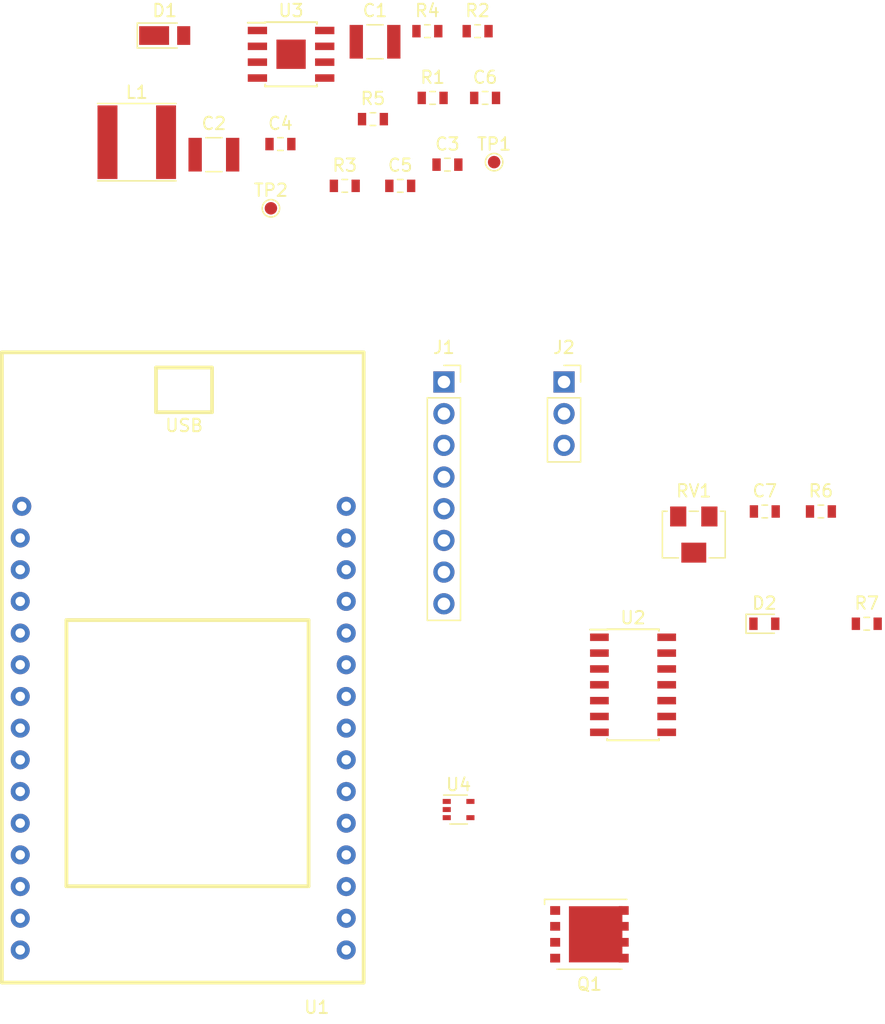
<source format=kicad_pcb>
(kicad_pcb (version 20171130) (host pcbnew no-vcs-found-6322c90~61~ubuntu16.04.1)

  (general
    (thickness 1.6)
    (drawings 0)
    (tracks 0)
    (zones 0)
    (modules 27)
    (nets 72)
  )

  (page A4)
  (layers
    (0 F.Cu signal)
    (31 B.Cu signal)
    (32 B.Adhes user)
    (33 F.Adhes user)
    (34 B.Paste user)
    (35 F.Paste user)
    (36 B.SilkS user)
    (37 F.SilkS user)
    (38 B.Mask user)
    (39 F.Mask user)
    (40 Dwgs.User user)
    (41 Cmts.User user)
    (42 Eco1.User user)
    (43 Eco2.User user)
    (44 Edge.Cuts user)
    (45 Margin user)
    (46 B.CrtYd user)
    (47 F.CrtYd user)
    (48 B.Fab user)
    (49 F.Fab user)
  )

  (setup
    (last_trace_width 0.25)
    (trace_clearance 0.2)
    (zone_clearance 0.508)
    (zone_45_only no)
    (trace_min 0.2)
    (segment_width 0.2)
    (edge_width 0.15)
    (via_size 0.8)
    (via_drill 0.4)
    (via_min_size 0.4)
    (via_min_drill 0.3)
    (uvia_size 0.3)
    (uvia_drill 0.1)
    (uvias_allowed no)
    (uvia_min_size 0.2)
    (uvia_min_drill 0.1)
    (pcb_text_width 0.3)
    (pcb_text_size 1.5 1.5)
    (mod_edge_width 0.15)
    (mod_text_size 1 1)
    (mod_text_width 0.15)
    (pad_size 1.524 1.524)
    (pad_drill 0.762)
    (pad_to_mask_clearance 0.2)
    (aux_axis_origin 0 0)
    (visible_elements FFFFFF7F)
    (pcbplotparams
      (layerselection 0x010fc_ffffffff)
      (usegerberextensions false)
      (usegerberattributes false)
      (usegerberadvancedattributes false)
      (creategerberjobfile false)
      (excludeedgelayer true)
      (linewidth 0.200000)
      (plotframeref false)
      (viasonmask false)
      (mode 1)
      (useauxorigin false)
      (hpglpennumber 1)
      (hpglpenspeed 20)
      (hpglpendiameter 15)
      (psnegative false)
      (psa4output false)
      (plotreference true)
      (plotvalue true)
      (plotinvisibletext false)
      (padsonsilk false)
      (subtractmaskfromsilk false)
      (outputformat 1)
      (mirror false)
      (drillshape 1)
      (scaleselection 1)
      (outputdirectory ""))
  )

  (net 0 "")
  (net 1 "Net-(U1-Pad30)")
  (net 2 "Net-(U1-Pad29)")
  (net 3 "Net-(U1-Pad28)")
  (net 4 "Net-(U1-Pad27)")
  (net 5 "Net-(U1-Pad26)")
  (net 6 "Net-(U1-Pad25)")
  (net 7 "Net-(U1-Pad24)")
  (net 8 "Net-(U1-Pad23)")
  (net 9 "Net-(U1-Pad22)")
  (net 10 "Net-(U1-Pad21)")
  (net 11 "Net-(U1-Pad19)")
  (net 12 "Net-(U1-Pad18)")
  (net 13 "Net-(U1-Pad17)")
  (net 14 "Net-(U1-Pad16)")
  (net 15 "Net-(U1-Pad15)")
  (net 16 "Net-(U1-Pad14)")
  (net 17 "Net-(U1-Pad13)")
  (net 18 "Net-(U1-Pad12)")
  (net 19 "Net-(U1-Pad11)")
  (net 20 "Net-(U1-Pad10)")
  (net 21 "Net-(U1-Pad9)")
  (net 22 "Net-(U1-Pad8)")
  (net 23 "Net-(U1-Pad7)")
  (net 24 "Net-(U1-Pad6)")
  (net 25 "Net-(U1-Pad5)")
  (net 26 "Net-(U1-Pad4)")
  (net 27 "Net-(U1-Pad3)")
  (net 28 "Net-(U1-Pad2)")
  (net 29 "Net-(U1-Pad1)")
  (net 30 "Net-(Q1-Pad1)")
  (net 31 "Net-(Q1-Pad4)")
  (net 32 "Net-(Q1-Pad5)")
  (net 33 "Net-(U2-Pad1)")
  (net 34 "Net-(U2-Pad2)")
  (net 35 "Net-(U2-Pad3)")
  (net 36 "Net-(U2-Pad4)")
  (net 37 "Net-(U2-Pad5)")
  (net 38 "Net-(U2-Pad6)")
  (net 39 "Net-(U2-Pad7)")
  (net 40 "Net-(U2-Pad8)")
  (net 41 "Net-(U2-Pad9)")
  (net 42 "Net-(U2-Pad10)")
  (net 43 "Net-(U2-Pad11)")
  (net 44 "Net-(U2-Pad12)")
  (net 45 "Net-(U2-Pad13)")
  (net 46 "Net-(U2-Pad14)")
  (net 47 "Net-(J1-Pad1)")
  (net 48 "Net-(J1-Pad2)")
  (net 49 "Net-(J1-Pad3)")
  (net 50 "Net-(J1-Pad4)")
  (net 51 "Net-(J1-Pad5)")
  (net 52 "Net-(J1-Pad6)")
  (net 53 "Net-(J1-Pad7)")
  (net 54 "Net-(J1-Pad8)")
  (net 55 "Net-(J2-Pad1)")
  (net 56 "Net-(J2-Pad2)")
  (net 57 "Net-(J2-Pad3)")
  (net 58 5V)
  (net 59 "Net-(C1-Pad1)")
  (net 60 GND)
  (net 61 "Net-(R4-Pad1)")
  (net 62 "Net-(R3-Pad1)")
  (net 63 "Net-(R1-Pad1)")
  (net 64 "Net-(C3-Pad1)")
  (net 65 "Net-(C4-Pad2)")
  (net 66 "Net-(C4-Pad1)")
  (net 67 V_IN)
  (net 68 Speed_Ref)
  (net 69 "Net-(D2-Pad2)")
  (net 70 "Net-(D2-Pad1)")
  (net 71 Temp)

  (net_class Default "This is the default net class."
    (clearance 0.2)
    (trace_width 0.25)
    (via_dia 0.8)
    (via_drill 0.4)
    (uvia_dia 0.3)
    (uvia_drill 0.1)
    (add_net 5V)
    (add_net GND)
    (add_net "Net-(C1-Pad1)")
    (add_net "Net-(C3-Pad1)")
    (add_net "Net-(C4-Pad1)")
    (add_net "Net-(C4-Pad2)")
    (add_net "Net-(D2-Pad1)")
    (add_net "Net-(D2-Pad2)")
    (add_net "Net-(J1-Pad1)")
    (add_net "Net-(J1-Pad2)")
    (add_net "Net-(J1-Pad3)")
    (add_net "Net-(J1-Pad4)")
    (add_net "Net-(J1-Pad5)")
    (add_net "Net-(J1-Pad6)")
    (add_net "Net-(J1-Pad7)")
    (add_net "Net-(J1-Pad8)")
    (add_net "Net-(J2-Pad1)")
    (add_net "Net-(J2-Pad2)")
    (add_net "Net-(J2-Pad3)")
    (add_net "Net-(Q1-Pad1)")
    (add_net "Net-(Q1-Pad4)")
    (add_net "Net-(Q1-Pad5)")
    (add_net "Net-(R1-Pad1)")
    (add_net "Net-(R3-Pad1)")
    (add_net "Net-(R4-Pad1)")
    (add_net "Net-(U1-Pad1)")
    (add_net "Net-(U1-Pad10)")
    (add_net "Net-(U1-Pad11)")
    (add_net "Net-(U1-Pad12)")
    (add_net "Net-(U1-Pad13)")
    (add_net "Net-(U1-Pad14)")
    (add_net "Net-(U1-Pad15)")
    (add_net "Net-(U1-Pad16)")
    (add_net "Net-(U1-Pad17)")
    (add_net "Net-(U1-Pad18)")
    (add_net "Net-(U1-Pad19)")
    (add_net "Net-(U1-Pad2)")
    (add_net "Net-(U1-Pad21)")
    (add_net "Net-(U1-Pad22)")
    (add_net "Net-(U1-Pad23)")
    (add_net "Net-(U1-Pad24)")
    (add_net "Net-(U1-Pad25)")
    (add_net "Net-(U1-Pad26)")
    (add_net "Net-(U1-Pad27)")
    (add_net "Net-(U1-Pad28)")
    (add_net "Net-(U1-Pad29)")
    (add_net "Net-(U1-Pad3)")
    (add_net "Net-(U1-Pad30)")
    (add_net "Net-(U1-Pad4)")
    (add_net "Net-(U1-Pad5)")
    (add_net "Net-(U1-Pad6)")
    (add_net "Net-(U1-Pad7)")
    (add_net "Net-(U1-Pad8)")
    (add_net "Net-(U1-Pad9)")
    (add_net "Net-(U2-Pad1)")
    (add_net "Net-(U2-Pad10)")
    (add_net "Net-(U2-Pad11)")
    (add_net "Net-(U2-Pad12)")
    (add_net "Net-(U2-Pad13)")
    (add_net "Net-(U2-Pad14)")
    (add_net "Net-(U2-Pad2)")
    (add_net "Net-(U2-Pad3)")
    (add_net "Net-(U2-Pad4)")
    (add_net "Net-(U2-Pad5)")
    (add_net "Net-(U2-Pad6)")
    (add_net "Net-(U2-Pad7)")
    (add_net "Net-(U2-Pad8)")
    (add_net "Net-(U2-Pad9)")
    (add_net Speed_Ref)
    (add_net Temp)
    (add_net V_IN)
  )

  (module LED_SMD:LED_0603_1608Metric (layer F.Cu) (tedit 5A00A67C) (tstamp 5AAB4105)
    (at 194.036905 92.1075)
    (descr "LED SMD 0603 (1608 Metric), square (rectangular) end terminal, IPC_7351 nominal, (Body size source: http://www.tortai-tech.com/upload/download/2011102023233369053.pdf), generated with kicad-footprint-generator")
    (tags diode)
    (path /5A9FC2AE)
    (attr smd)
    (fp_text reference D2 (at 0 -1.65) (layer F.SilkS)
      (effects (font (size 1 1) (thickness 0.15)))
    )
    (fp_text value APHD1608LCGCK (at 0 1.65) (layer F.Fab)
      (effects (font (size 1 1) (thickness 0.15)))
    )
    (fp_line (start 0.8 -0.4) (end -0.5 -0.4) (layer F.Fab) (width 0.1))
    (fp_line (start -0.5 -0.4) (end -0.8 -0.1) (layer F.Fab) (width 0.1))
    (fp_line (start -0.8 -0.1) (end -0.8 0.4) (layer F.Fab) (width 0.1))
    (fp_line (start -0.8 0.4) (end 0.8 0.4) (layer F.Fab) (width 0.1))
    (fp_line (start 0.8 0.4) (end 0.8 -0.4) (layer F.Fab) (width 0.1))
    (fp_line (start 0.8 -0.76) (end -1.47 -0.76) (layer F.SilkS) (width 0.12))
    (fp_line (start -1.47 -0.76) (end -1.47 0.76) (layer F.SilkS) (width 0.12))
    (fp_line (start -1.47 0.76) (end 0.8 0.76) (layer F.SilkS) (width 0.12))
    (fp_line (start -1.46 0.75) (end -1.46 -0.75) (layer F.CrtYd) (width 0.05))
    (fp_line (start -1.46 -0.75) (end 1.46 -0.75) (layer F.CrtYd) (width 0.05))
    (fp_line (start 1.46 -0.75) (end 1.46 0.75) (layer F.CrtYd) (width 0.05))
    (fp_line (start 1.46 0.75) (end -1.46 0.75) (layer F.CrtYd) (width 0.05))
    (fp_text user %R (at 0 0) (layer F.Fab)
      (effects (font (size 0.5 0.5) (thickness 0.08)))
    )
    (pad 1 smd rect (at -0.875 0) (size 0.67 1) (layers F.Cu F.Paste F.Mask)
      (net 70 "Net-(D2-Pad1)"))
    (pad 2 smd rect (at 0.875 0) (size 0.67 1) (layers F.Cu F.Paste F.Mask)
      (net 69 "Net-(D2-Pad2)"))
    (model ${KISYS3DMOD}/LED_SMD.3dshapes/LED_0603_1608Metric.wrl
      (at (xyz 0 0 0))
      (scale (xyz 1 1 1))
      (rotate (xyz 0 0 0))
    )
    (model "${KIPRJMOD}/lib/3D/LED 0603.stp"
      (at (xyz 0 0 0))
      (scale (xyz 1 1 1))
      (rotate (xyz 0 0 90))
    )
  )

  (module Resistor_SMD:R_0603_1608Metric (layer F.Cu) (tedit 59FE48B8) (tstamp 5AAB3F18)
    (at 202.255001 92.1075)
    (descr "Resistor SMD 0603 (1608 Metric), square (rectangular) end terminal, IPC_7351 nominal, (Body size source: http://www.tortai-tech.com/upload/download/2011102023233369053.pdf), generated with kicad-footprint-generator")
    (tags resistor)
    (path /5A9FC40B)
    (attr smd)
    (fp_text reference R7 (at 0 -1.65) (layer F.SilkS)
      (effects (font (size 1 1) (thickness 0.15)))
    )
    (fp_text value 1k (at 0 1.65) (layer F.Fab)
      (effects (font (size 1 1) (thickness 0.15)))
    )
    (fp_line (start -0.8 0.4) (end -0.8 -0.4) (layer F.Fab) (width 0.1))
    (fp_line (start -0.8 -0.4) (end 0.8 -0.4) (layer F.Fab) (width 0.1))
    (fp_line (start 0.8 -0.4) (end 0.8 0.4) (layer F.Fab) (width 0.1))
    (fp_line (start 0.8 0.4) (end -0.8 0.4) (layer F.Fab) (width 0.1))
    (fp_line (start -0.22 -0.51) (end 0.22 -0.51) (layer F.SilkS) (width 0.12))
    (fp_line (start -0.22 0.51) (end 0.22 0.51) (layer F.SilkS) (width 0.12))
    (fp_line (start -1.46 0.75) (end -1.46 -0.75) (layer F.CrtYd) (width 0.05))
    (fp_line (start -1.46 -0.75) (end 1.46 -0.75) (layer F.CrtYd) (width 0.05))
    (fp_line (start 1.46 -0.75) (end 1.46 0.75) (layer F.CrtYd) (width 0.05))
    (fp_line (start 1.46 0.75) (end -1.46 0.75) (layer F.CrtYd) (width 0.05))
    (fp_text user %R (at 0 0) (layer F.Fab)
      (effects (font (size 0.5 0.5) (thickness 0.08)))
    )
    (pad 1 smd rect (at -0.875 0) (size 0.67 1) (layers F.Cu F.Paste F.Mask)
      (net 60 GND))
    (pad 2 smd rect (at 0.875 0) (size 0.67 1) (layers F.Cu F.Paste F.Mask)
      (net 70 "Net-(D2-Pad1)"))
    (model ${KISYS3DMOD}/Resistor_SMD.3dshapes/R_0603_1608Metric.wrl
      (at (xyz 0 0 0))
      (scale (xyz 1 1 1))
      (rotate (xyz 0 0 0))
    )
  )

  (module Capacitor_SMD:C_0603_1608Metric (layer F.Cu) (tedit 59FE48B8) (tstamp 5AAA6F39)
    (at 194.072619 83.1075)
    (descr "Capacitor SMD 0603 (1608 Metric), square (rectangular) end terminal, IPC_7351 nominal, (Body size source: http://www.tortai-tech.com/upload/download/2011102023233369053.pdf), generated with kicad-footprint-generator")
    (tags capacitor)
    (path /5A9FDE31)
    (attr smd)
    (fp_text reference C7 (at 0 -1.65) (layer F.SilkS)
      (effects (font (size 1 1) (thickness 0.15)))
    )
    (fp_text value 0.01uF (at 0 1.65) (layer F.Fab)
      (effects (font (size 1 1) (thickness 0.15)))
    )
    (fp_line (start -0.8 0.4) (end -0.8 -0.4) (layer F.Fab) (width 0.1))
    (fp_line (start -0.8 -0.4) (end 0.8 -0.4) (layer F.Fab) (width 0.1))
    (fp_line (start 0.8 -0.4) (end 0.8 0.4) (layer F.Fab) (width 0.1))
    (fp_line (start 0.8 0.4) (end -0.8 0.4) (layer F.Fab) (width 0.1))
    (fp_line (start -0.22 -0.51) (end 0.22 -0.51) (layer F.SilkS) (width 0.12))
    (fp_line (start -0.22 0.51) (end 0.22 0.51) (layer F.SilkS) (width 0.12))
    (fp_line (start -1.46 0.75) (end -1.46 -0.75) (layer F.CrtYd) (width 0.05))
    (fp_line (start -1.46 -0.75) (end 1.46 -0.75) (layer F.CrtYd) (width 0.05))
    (fp_line (start 1.46 -0.75) (end 1.46 0.75) (layer F.CrtYd) (width 0.05))
    (fp_line (start 1.46 0.75) (end -1.46 0.75) (layer F.CrtYd) (width 0.05))
    (fp_text user %R (at 0 0) (layer F.Fab)
      (effects (font (size 0.5 0.5) (thickness 0.08)))
    )
    (pad 1 smd rect (at -0.875 0) (size 0.67 1) (layers F.Cu F.Paste F.Mask)
      (net 60 GND))
    (pad 2 smd rect (at 0.875 0) (size 0.67 1) (layers F.Cu F.Paste F.Mask)
      (net 68 Speed_Ref))
    (model ${KISYS3DMOD}/Capacitor_SMD.3dshapes/C_0603_1608Metric.wrl
      (at (xyz 0 0 0))
      (scale (xyz 1 1 1))
      (rotate (xyz 0 0 0))
    )
  )

  (module Potentiometer_SMD:Potentiometer_Bourns_3214W_Vertical (layer F.Cu) (tedit 5A3D7171) (tstamp 5AAA6D3E)
    (at 188.375001 84.9575)
    (descr "Potentiometer, vertical, Bourns 3214W, https://www.bourns.com/docs/Product-Datasheets/3214.pdf")
    (tags "Potentiometer vertical Bourns 3214W")
    (path /5A9ED724)
    (attr smd)
    (fp_text reference RV1 (at 0 -3.5) (layer F.SilkS)
      (effects (font (size 1 1) (thickness 0.15)))
    )
    (fp_text value 100k (at 0 3.5) (layer F.Fab)
      (effects (font (size 1 1) (thickness 0.15)))
    )
    (fp_circle (center -1.2 0.65) (end -0.45 0.65) (layer F.Fab) (width 0.1))
    (fp_line (start -2.4 -1.75) (end -2.4 1.75) (layer F.Fab) (width 0.1))
    (fp_line (start -2.4 1.75) (end 2.4 1.75) (layer F.Fab) (width 0.1))
    (fp_line (start 2.4 1.75) (end 2.4 -1.75) (layer F.Fab) (width 0.1))
    (fp_line (start 2.4 -1.75) (end -2.4 -1.75) (layer F.Fab) (width 0.1))
    (fp_line (start -1.2 1.393) (end -1.199 -0.092) (layer F.Fab) (width 0.1))
    (fp_line (start -1.2 1.393) (end -1.199 -0.092) (layer F.Fab) (width 0.1))
    (fp_line (start 2.14 -1.87) (end 2.52 -1.87) (layer F.SilkS) (width 0.12))
    (fp_line (start -2.52 -1.87) (end -2.14 -1.87) (layer F.SilkS) (width 0.12))
    (fp_line (start -0.36 -1.87) (end 0.36 -1.87) (layer F.SilkS) (width 0.12))
    (fp_line (start -2.52 1.87) (end -1.24 1.87) (layer F.SilkS) (width 0.12))
    (fp_line (start 1.24 1.87) (end 2.52 1.87) (layer F.SilkS) (width 0.12))
    (fp_line (start -2.52 -1.87) (end -2.52 1.87) (layer F.SilkS) (width 0.12))
    (fp_line (start 2.52 -1.87) (end 2.52 1.87) (layer F.SilkS) (width 0.12))
    (fp_line (start -2.65 -2.5) (end -2.65 2.5) (layer F.CrtYd) (width 0.05))
    (fp_line (start -2.65 2.5) (end 2.65 2.5) (layer F.CrtYd) (width 0.05))
    (fp_line (start 2.65 2.5) (end 2.65 -2.5) (layer F.CrtYd) (width 0.05))
    (fp_line (start 2.65 -2.5) (end -2.65 -2.5) (layer F.CrtYd) (width 0.05))
    (fp_text user %R (at 0.6 0) (layer F.Fab)
      (effects (font (size 0.6 0.6) (thickness 0.15)))
    )
    (pad 1 smd rect (at 1.25 -1.45) (size 1.3 1.6) (layers F.Cu F.Paste F.Mask)
      (net 58 5V))
    (pad 2 smd rect (at 0 1.45) (size 2 1.6) (layers F.Cu F.Paste F.Mask)
      (net 68 Speed_Ref))
    (pad 3 smd rect (at -1.25 -1.45) (size 1.3 1.6) (layers F.Cu F.Paste F.Mask)
      (net 60 GND))
    (model ${KISYS3DMOD}/Potentiometer_SMD.3dshapes/Potentiometer_Bourns_3214W_Vertical.wrl
      (at (xyz 0 0 0))
      (scale (xyz 1 1 1))
      (rotate (xyz 0 0 0))
    )
    (model ${KIPRJMOD}/lib/3D/AB2_POT_TRIM.wrl
      (at (xyz 0 0 0))
      (scale (xyz 0.4 0.4 1))
      (rotate (xyz 0 0 180))
    )
  )

  (module Resistor_SMD:R_0603_1608Metric (layer F.Cu) (tedit 59FE48B8) (tstamp 5AAA6C84)
    (at 198.575001 83.1075)
    (descr "Resistor SMD 0603 (1608 Metric), square (rectangular) end terminal, IPC_7351 nominal, (Body size source: http://www.tortai-tech.com/upload/download/2011102023233369053.pdf), generated with kicad-footprint-generator")
    (tags resistor)
    (path /5A9EF943)
    (attr smd)
    (fp_text reference R6 (at 0 -1.65) (layer F.SilkS)
      (effects (font (size 1 1) (thickness 0.15)))
    )
    (fp_text value 1M (at 0 1.65) (layer F.Fab)
      (effects (font (size 1 1) (thickness 0.15)))
    )
    (fp_line (start -0.8 0.4) (end -0.8 -0.4) (layer F.Fab) (width 0.1))
    (fp_line (start -0.8 -0.4) (end 0.8 -0.4) (layer F.Fab) (width 0.1))
    (fp_line (start 0.8 -0.4) (end 0.8 0.4) (layer F.Fab) (width 0.1))
    (fp_line (start 0.8 0.4) (end -0.8 0.4) (layer F.Fab) (width 0.1))
    (fp_line (start -0.22 -0.51) (end 0.22 -0.51) (layer F.SilkS) (width 0.12))
    (fp_line (start -0.22 0.51) (end 0.22 0.51) (layer F.SilkS) (width 0.12))
    (fp_line (start -1.46 0.75) (end -1.46 -0.75) (layer F.CrtYd) (width 0.05))
    (fp_line (start -1.46 -0.75) (end 1.46 -0.75) (layer F.CrtYd) (width 0.05))
    (fp_line (start 1.46 -0.75) (end 1.46 0.75) (layer F.CrtYd) (width 0.05))
    (fp_line (start 1.46 0.75) (end -1.46 0.75) (layer F.CrtYd) (width 0.05))
    (fp_text user %R (at 0 0) (layer F.Fab)
      (effects (font (size 0.5 0.5) (thickness 0.08)))
    )
    (pad 1 smd rect (at -0.875 0) (size 0.67 1) (layers F.Cu F.Paste F.Mask)
      (net 60 GND))
    (pad 2 smd rect (at 0.875 0) (size 0.67 1) (layers F.Cu F.Paste F.Mask)
      (net 68 Speed_Ref))
    (model ${KISYS3DMOD}/Resistor_SMD.3dshapes/R_0603_1608Metric.wrl
      (at (xyz 0 0 0))
      (scale (xyz 1 1 1))
      (rotate (xyz 0 0 0))
    )
  )

  (module Package_TO_SOT_SMD:SOT-353_SC-70-5 (layer F.Cu) (tedit 5A02FF57) (tstamp 5AAA5EBD)
    (at 169.5 107)
    (descr "SOT-353, SC-70-5")
    (tags "SOT-353 SC-70-5")
    (path /5A9ECF90)
    (attr smd)
    (fp_text reference U4 (at 0 -2) (layer F.SilkS)
      (effects (font (size 1 1) (thickness 0.15)))
    )
    (fp_text value LMT87DCK (at 0 2 180) (layer F.Fab)
      (effects (font (size 1 1) (thickness 0.15)))
    )
    (fp_text user %R (at 0 0 90) (layer F.Fab)
      (effects (font (size 0.5 0.5) (thickness 0.075)))
    )
    (fp_line (start 0.7 -1.16) (end -1.2 -1.16) (layer F.SilkS) (width 0.12))
    (fp_line (start -0.7 1.16) (end 0.7 1.16) (layer F.SilkS) (width 0.12))
    (fp_line (start 1.6 1.4) (end 1.6 -1.4) (layer F.CrtYd) (width 0.05))
    (fp_line (start -1.6 -1.4) (end -1.6 1.4) (layer F.CrtYd) (width 0.05))
    (fp_line (start -1.6 -1.4) (end 1.6 -1.4) (layer F.CrtYd) (width 0.05))
    (fp_line (start 0.675 -1.1) (end -0.175 -1.1) (layer F.Fab) (width 0.1))
    (fp_line (start -0.675 -0.6) (end -0.675 1.1) (layer F.Fab) (width 0.1))
    (fp_line (start -1.6 1.4) (end 1.6 1.4) (layer F.CrtYd) (width 0.05))
    (fp_line (start 0.675 -1.1) (end 0.675 1.1) (layer F.Fab) (width 0.1))
    (fp_line (start 0.675 1.1) (end -0.675 1.1) (layer F.Fab) (width 0.1))
    (fp_line (start -0.175 -1.1) (end -0.675 -0.6) (layer F.Fab) (width 0.1))
    (pad 1 smd rect (at -0.95 -0.65) (size 0.65 0.4) (layers F.Cu F.Paste F.Mask)
      (net 58 5V))
    (pad 3 smd rect (at -0.95 0.65) (size 0.65 0.4) (layers F.Cu F.Paste F.Mask)
      (net 71 Temp))
    (pad 2 smd rect (at -0.95 0) (size 0.65 0.4) (layers F.Cu F.Paste F.Mask)
      (net 60 GND))
    (pad 4 smd rect (at 0.95 0.65) (size 0.65 0.4) (layers F.Cu F.Paste F.Mask)
      (net 58 5V))
    (pad 5 smd rect (at 0.95 -0.65) (size 0.65 0.4) (layers F.Cu F.Paste F.Mask)
      (net 58 5V))
    (model ${KISYS3DMOD}/Package_TO_SOT_SMD.3dshapes/SOT-353_SC-70-5.wrl
      (at (xyz 0 0 0))
      (scale (xyz 1 1 1))
      (rotate (xyz 0 0 0))
    )
  )

  (module Capacitor_SMD:C_0603_1608Metric (layer F.Cu) (tedit 59FE48B8) (tstamp 5AAA1E2D)
    (at 168.605001 55.3075)
    (descr "Capacitor SMD 0603 (1608 Metric), square (rectangular) end terminal, IPC_7351 nominal, (Body size source: http://www.tortai-tech.com/upload/download/2011102023233369053.pdf), generated with kicad-footprint-generator")
    (tags capacitor)
    (path /5A9E8E11)
    (attr smd)
    (fp_text reference C3 (at 0 -1.65) (layer F.SilkS)
      (effects (font (size 1 1) (thickness 0.15)))
    )
    (fp_text value 1uF (at 0 1.65) (layer F.Fab)
      (effects (font (size 1 1) (thickness 0.15)))
    )
    (fp_text user %R (at 0 0) (layer F.Fab)
      (effects (font (size 0.5 0.5) (thickness 0.08)))
    )
    (fp_line (start 1.46 0.75) (end -1.46 0.75) (layer F.CrtYd) (width 0.05))
    (fp_line (start 1.46 -0.75) (end 1.46 0.75) (layer F.CrtYd) (width 0.05))
    (fp_line (start -1.46 -0.75) (end 1.46 -0.75) (layer F.CrtYd) (width 0.05))
    (fp_line (start -1.46 0.75) (end -1.46 -0.75) (layer F.CrtYd) (width 0.05))
    (fp_line (start -0.22 0.51) (end 0.22 0.51) (layer F.SilkS) (width 0.12))
    (fp_line (start -0.22 -0.51) (end 0.22 -0.51) (layer F.SilkS) (width 0.12))
    (fp_line (start 0.8 0.4) (end -0.8 0.4) (layer F.Fab) (width 0.1))
    (fp_line (start 0.8 -0.4) (end 0.8 0.4) (layer F.Fab) (width 0.1))
    (fp_line (start -0.8 -0.4) (end 0.8 -0.4) (layer F.Fab) (width 0.1))
    (fp_line (start -0.8 0.4) (end -0.8 -0.4) (layer F.Fab) (width 0.1))
    (pad 2 smd rect (at 0.875 0) (size 0.67 1) (layers F.Cu F.Paste F.Mask)
      (net 60 GND))
    (pad 1 smd rect (at -0.875 0) (size 0.67 1) (layers F.Cu F.Paste F.Mask)
      (net 64 "Net-(C3-Pad1)"))
    (model ${KISYS3DMOD}/Capacitor_SMD.3dshapes/C_0603_1608Metric.wrl
      (at (xyz 0 0 0))
      (scale (xyz 1 1 1))
      (rotate (xyz 0 0 0))
    )
  )

  (module Capacitor_SMD:C_0603_1608Metric (layer F.Cu) (tedit 59FE48B8) (tstamp 5AAA1E1C)
    (at 155.202619 53.6575)
    (descr "Capacitor SMD 0603 (1608 Metric), square (rectangular) end terminal, IPC_7351 nominal, (Body size source: http://www.tortai-tech.com/upload/download/2011102023233369053.pdf), generated with kicad-footprint-generator")
    (tags capacitor)
    (path /5A9E8E4F)
    (attr smd)
    (fp_text reference C4 (at 0 -1.65) (layer F.SilkS)
      (effects (font (size 1 1) (thickness 0.15)))
    )
    (fp_text value 0.01uF (at 0 1.65) (layer F.Fab)
      (effects (font (size 1 1) (thickness 0.15)))
    )
    (fp_line (start -0.8 0.4) (end -0.8 -0.4) (layer F.Fab) (width 0.1))
    (fp_line (start -0.8 -0.4) (end 0.8 -0.4) (layer F.Fab) (width 0.1))
    (fp_line (start 0.8 -0.4) (end 0.8 0.4) (layer F.Fab) (width 0.1))
    (fp_line (start 0.8 0.4) (end -0.8 0.4) (layer F.Fab) (width 0.1))
    (fp_line (start -0.22 -0.51) (end 0.22 -0.51) (layer F.SilkS) (width 0.12))
    (fp_line (start -0.22 0.51) (end 0.22 0.51) (layer F.SilkS) (width 0.12))
    (fp_line (start -1.46 0.75) (end -1.46 -0.75) (layer F.CrtYd) (width 0.05))
    (fp_line (start -1.46 -0.75) (end 1.46 -0.75) (layer F.CrtYd) (width 0.05))
    (fp_line (start 1.46 -0.75) (end 1.46 0.75) (layer F.CrtYd) (width 0.05))
    (fp_line (start 1.46 0.75) (end -1.46 0.75) (layer F.CrtYd) (width 0.05))
    (fp_text user %R (at 0 0) (layer F.Fab)
      (effects (font (size 0.5 0.5) (thickness 0.08)))
    )
    (pad 1 smd rect (at -0.875 0) (size 0.67 1) (layers F.Cu F.Paste F.Mask)
      (net 66 "Net-(C4-Pad1)"))
    (pad 2 smd rect (at 0.875 0) (size 0.67 1) (layers F.Cu F.Paste F.Mask)
      (net 65 "Net-(C4-Pad2)"))
    (model ${KISYS3DMOD}/Capacitor_SMD.3dshapes/C_0603_1608Metric.wrl
      (at (xyz 0 0 0))
      (scale (xyz 1 1 1))
      (rotate (xyz 0 0 0))
    )
  )

  (module Capacitor_SMD:C_0603_1608Metric (layer F.Cu) (tedit 59FE48B8) (tstamp 5AAA1E0B)
    (at 164.818333 57.0075)
    (descr "Capacitor SMD 0603 (1608 Metric), square (rectangular) end terminal, IPC_7351 nominal, (Body size source: http://www.tortai-tech.com/upload/download/2011102023233369053.pdf), generated with kicad-footprint-generator")
    (tags capacitor)
    (path /5A9E8DED)
    (attr smd)
    (fp_text reference C5 (at 0 -1.65) (layer F.SilkS)
      (effects (font (size 1 1) (thickness 0.15)))
    )
    (fp_text value 22uF (at 0 1.65) (layer F.Fab)
      (effects (font (size 1 1) (thickness 0.15)))
    )
    (fp_text user %R (at 0 0) (layer F.Fab)
      (effects (font (size 0.5 0.5) (thickness 0.08)))
    )
    (fp_line (start 1.46 0.75) (end -1.46 0.75) (layer F.CrtYd) (width 0.05))
    (fp_line (start 1.46 -0.75) (end 1.46 0.75) (layer F.CrtYd) (width 0.05))
    (fp_line (start -1.46 -0.75) (end 1.46 -0.75) (layer F.CrtYd) (width 0.05))
    (fp_line (start -1.46 0.75) (end -1.46 -0.75) (layer F.CrtYd) (width 0.05))
    (fp_line (start -0.22 0.51) (end 0.22 0.51) (layer F.SilkS) (width 0.12))
    (fp_line (start -0.22 -0.51) (end 0.22 -0.51) (layer F.SilkS) (width 0.12))
    (fp_line (start 0.8 0.4) (end -0.8 0.4) (layer F.Fab) (width 0.1))
    (fp_line (start 0.8 -0.4) (end 0.8 0.4) (layer F.Fab) (width 0.1))
    (fp_line (start -0.8 -0.4) (end 0.8 -0.4) (layer F.Fab) (width 0.1))
    (fp_line (start -0.8 0.4) (end -0.8 -0.4) (layer F.Fab) (width 0.1))
    (pad 2 smd rect (at 0.875 0) (size 0.67 1) (layers F.Cu F.Paste F.Mask)
      (net 60 GND))
    (pad 1 smd rect (at -0.875 0) (size 0.67 1) (layers F.Cu F.Paste F.Mask)
      (net 58 5V))
    (model ${KISYS3DMOD}/Capacitor_SMD.3dshapes/C_0603_1608Metric.wrl
      (at (xyz 0 0 0))
      (scale (xyz 1 1 1))
      (rotate (xyz 0 0 0))
    )
  )

  (module Capacitor_SMD:C_0603_1608Metric (layer F.Cu) (tedit 59FE48B8) (tstamp 5AAA1DFA)
    (at 171.628333 49.9575)
    (descr "Capacitor SMD 0603 (1608 Metric), square (rectangular) end terminal, IPC_7351 nominal, (Body size source: http://www.tortai-tech.com/upload/download/2011102023233369053.pdf), generated with kicad-footprint-generator")
    (tags capacitor)
    (path /5A9E8E08)
    (attr smd)
    (fp_text reference C6 (at 0 -1.65) (layer F.SilkS)
      (effects (font (size 1 1) (thickness 0.15)))
    )
    (fp_text value 22uF (at 0 1.65) (layer F.Fab)
      (effects (font (size 1 1) (thickness 0.15)))
    )
    (fp_line (start -0.8 0.4) (end -0.8 -0.4) (layer F.Fab) (width 0.1))
    (fp_line (start -0.8 -0.4) (end 0.8 -0.4) (layer F.Fab) (width 0.1))
    (fp_line (start 0.8 -0.4) (end 0.8 0.4) (layer F.Fab) (width 0.1))
    (fp_line (start 0.8 0.4) (end -0.8 0.4) (layer F.Fab) (width 0.1))
    (fp_line (start -0.22 -0.51) (end 0.22 -0.51) (layer F.SilkS) (width 0.12))
    (fp_line (start -0.22 0.51) (end 0.22 0.51) (layer F.SilkS) (width 0.12))
    (fp_line (start -1.46 0.75) (end -1.46 -0.75) (layer F.CrtYd) (width 0.05))
    (fp_line (start -1.46 -0.75) (end 1.46 -0.75) (layer F.CrtYd) (width 0.05))
    (fp_line (start 1.46 -0.75) (end 1.46 0.75) (layer F.CrtYd) (width 0.05))
    (fp_line (start 1.46 0.75) (end -1.46 0.75) (layer F.CrtYd) (width 0.05))
    (fp_text user %R (at 0 0) (layer F.Fab)
      (effects (font (size 0.5 0.5) (thickness 0.08)))
    )
    (pad 1 smd rect (at -0.875 0) (size 0.67 1) (layers F.Cu F.Paste F.Mask)
      (net 58 5V))
    (pad 2 smd rect (at 0.875 0) (size 0.67 1) (layers F.Cu F.Paste F.Mask)
      (net 60 GND))
    (model ${KISYS3DMOD}/Capacitor_SMD.3dshapes/C_0603_1608Metric.wrl
      (at (xyz 0 0 0))
      (scale (xyz 1 1 1))
      (rotate (xyz 0 0 0))
    )
  )

  (module Capacitor_SMD:C_1210_3225Metric (layer F.Cu) (tedit 59FE48B8) (tstamp 5AAA1DE9)
    (at 162.795001 45.4575)
    (descr "Capacitor SMD 1210 (3225 Metric), square (rectangular) end terminal, IPC_7351 nominal, (Body size source: http://www.tortai-tech.com/upload/download/2011102023233369053.pdf), generated with kicad-footprint-generator")
    (tags capacitor)
    (path /5A9E8E31)
    (attr smd)
    (fp_text reference C1 (at 0 -2.5) (layer F.SilkS)
      (effects (font (size 1 1) (thickness 0.15)))
    )
    (fp_text value 4.7uF (at 0 2.5) (layer F.Fab)
      (effects (font (size 1 1) (thickness 0.15)))
    )
    (fp_text user %R (at 0 0) (layer F.Fab)
      (effects (font (size 0.8 0.8) (thickness 0.12)))
    )
    (fp_line (start 2.29 1.6) (end -2.29 1.6) (layer F.CrtYd) (width 0.05))
    (fp_line (start 2.29 -1.6) (end 2.29 1.6) (layer F.CrtYd) (width 0.05))
    (fp_line (start -2.29 -1.6) (end 2.29 -1.6) (layer F.CrtYd) (width 0.05))
    (fp_line (start -2.29 1.6) (end -2.29 -1.6) (layer F.CrtYd) (width 0.05))
    (fp_line (start -0.65 1.36) (end 0.65 1.36) (layer F.SilkS) (width 0.12))
    (fp_line (start -0.65 -1.36) (end 0.65 -1.36) (layer F.SilkS) (width 0.12))
    (fp_line (start 1.6 1.25) (end -1.6 1.25) (layer F.Fab) (width 0.1))
    (fp_line (start 1.6 -1.25) (end 1.6 1.25) (layer F.Fab) (width 0.1))
    (fp_line (start -1.6 -1.25) (end 1.6 -1.25) (layer F.Fab) (width 0.1))
    (fp_line (start -1.6 1.25) (end -1.6 -1.25) (layer F.Fab) (width 0.1))
    (pad 2 smd rect (at 1.505 0) (size 1.07 2.7) (layers F.Cu F.Paste F.Mask)
      (net 60 GND))
    (pad 1 smd rect (at -1.505 0) (size 1.07 2.7) (layers F.Cu F.Paste F.Mask)
      (net 59 "Net-(C1-Pad1)"))
    (model ${KISYS3DMOD}/Capacitor_SMD.3dshapes/C_1210_3225Metric.wrl
      (at (xyz 0 0 0))
      (scale (xyz 1 1 1))
      (rotate (xyz 0 0 0))
    )
  )

  (module Capacitor_SMD:C_1210_3225Metric (layer F.Cu) (tedit 59FE48B8) (tstamp 5AAA1DD8)
    (at 149.865001 54.5075)
    (descr "Capacitor SMD 1210 (3225 Metric), square (rectangular) end terminal, IPC_7351 nominal, (Body size source: http://www.tortai-tech.com/upload/download/2011102023233369053.pdf), generated with kicad-footprint-generator")
    (tags capacitor)
    (path /5A9E8D5A)
    (attr smd)
    (fp_text reference C2 (at 0 -2.5) (layer F.SilkS)
      (effects (font (size 1 1) (thickness 0.15)))
    )
    (fp_text value 4.7uF (at 0 2.5) (layer F.Fab)
      (effects (font (size 1 1) (thickness 0.15)))
    )
    (fp_line (start -1.6 1.25) (end -1.6 -1.25) (layer F.Fab) (width 0.1))
    (fp_line (start -1.6 -1.25) (end 1.6 -1.25) (layer F.Fab) (width 0.1))
    (fp_line (start 1.6 -1.25) (end 1.6 1.25) (layer F.Fab) (width 0.1))
    (fp_line (start 1.6 1.25) (end -1.6 1.25) (layer F.Fab) (width 0.1))
    (fp_line (start -0.65 -1.36) (end 0.65 -1.36) (layer F.SilkS) (width 0.12))
    (fp_line (start -0.65 1.36) (end 0.65 1.36) (layer F.SilkS) (width 0.12))
    (fp_line (start -2.29 1.6) (end -2.29 -1.6) (layer F.CrtYd) (width 0.05))
    (fp_line (start -2.29 -1.6) (end 2.29 -1.6) (layer F.CrtYd) (width 0.05))
    (fp_line (start 2.29 -1.6) (end 2.29 1.6) (layer F.CrtYd) (width 0.05))
    (fp_line (start 2.29 1.6) (end -2.29 1.6) (layer F.CrtYd) (width 0.05))
    (fp_text user %R (at 0 0) (layer F.Fab)
      (effects (font (size 0.8 0.8) (thickness 0.12)))
    )
    (pad 1 smd rect (at -1.505 0) (size 1.07 2.7) (layers F.Cu F.Paste F.Mask)
      (net 59 "Net-(C1-Pad1)"))
    (pad 2 smd rect (at 1.505 0) (size 1.07 2.7) (layers F.Cu F.Paste F.Mask)
      (net 60 GND))
    (model ${KISYS3DMOD}/Capacitor_SMD.3dshapes/C_1210_3225Metric.wrl
      (at (xyz 0 0 0))
      (scale (xyz 1 1 1))
      (rotate (xyz 0 0 0))
    )
  )

  (module Diode_SMD:D_PowerDI-123 (layer F.Cu) (tedit 588FC24C) (tstamp 5AAA1D65)
    (at 145.917857 44.9575)
    (descr http://www.diodes.com/_files/datasheets/ds30497.pdf)
    (tags "PowerDI diode vishay")
    (path /5A9E8DBB)
    (attr smd)
    (fp_text reference D1 (at 0 -2) (layer F.SilkS)
      (effects (font (size 1 1) (thickness 0.15)))
    )
    (fp_text value V1PM15-M3/H (at 0 2.5) (layer F.Fab)
      (effects (font (size 1 1) (thickness 0.15)))
    )
    (fp_text user %R (at 0 -2) (layer F.Fab)
      (effects (font (size 1 1) (thickness 0.15)))
    )
    (fp_line (start 0.3 0) (end 0.7 0) (layer F.Fab) (width 0.1))
    (fp_line (start 0.3 -0.5) (end -0.5 0) (layer F.Fab) (width 0.1))
    (fp_line (start 0.3 0.5) (end 0.3 -0.5) (layer F.Fab) (width 0.1))
    (fp_line (start -0.5 0) (end 0.3 0.5) (layer F.Fab) (width 0.1))
    (fp_line (start -0.5 0) (end -0.5 0.5) (layer F.Fab) (width 0.1))
    (fp_line (start -0.5 0) (end -0.5 -0.5) (layer F.Fab) (width 0.1))
    (fp_line (start -0.8 0) (end -0.5 0) (layer F.Fab) (width 0.1))
    (fp_line (start -1.4 0.9) (end -1.4 -0.9) (layer F.Fab) (width 0.1))
    (fp_line (start 1.4 0.9) (end -1.4 0.9) (layer F.Fab) (width 0.1))
    (fp_line (start 1.4 -0.9) (end 1.4 0.9) (layer F.Fab) (width 0.1))
    (fp_line (start -1.4 -0.9) (end 1.4 -0.9) (layer F.Fab) (width 0.1))
    (fp_line (start 2.5 1.3) (end -2.5 1.3) (layer F.CrtYd) (width 0.05))
    (fp_line (start 2.5 -1.3) (end 2.5 1.3) (layer F.CrtYd) (width 0.05))
    (fp_line (start -2.5 -1.3) (end 2.5 -1.3) (layer F.CrtYd) (width 0.05))
    (fp_line (start -2.5 1.3) (end -2.5 -1.3) (layer F.CrtYd) (width 0.05))
    (fp_line (start 1 -1) (end -2.2 -1) (layer F.SilkS) (width 0.12))
    (fp_line (start -2.2 1) (end 1 1) (layer F.SilkS) (width 0.12))
    (fp_line (start -2.2 1) (end -2.2 -1) (layer F.SilkS) (width 0.12))
    (pad 1 smd rect (at -0.85 0 180) (size 2.4 1.5) (layers F.Cu F.Paste F.Mask)
      (net 59 "Net-(C1-Pad1)"))
    (pad 2 smd rect (at 1.525 0 180) (size 1.05 1.5) (layers F.Cu F.Paste F.Mask)
      (net 67 V_IN))
    (model ${KISYS3DMOD}/Diode_SMD.3dshapes/D_PowerDI-123.wrl
      (at (xyz 0 0 0))
      (scale (xyz 1 1 1))
      (rotate (xyz 0 0 0))
    )
  )

  (module Inductor_SMD:L_Taiyo-Yuden_NR-60xx (layer F.Cu) (tedit 5990349D) (tstamp 5AAA1D4C)
    (at 143.675001 53.5075)
    (descr "Inductor, Taiyo Yuden, NR series, Taiyo-Yuden_NR-60xx, 6.0mmx6.0mm")
    (tags "inductor taiyo-yuden nr smd")
    (path /5A9E8DC7)
    (attr smd)
    (fp_text reference L1 (at 0 -4) (layer F.SilkS)
      (effects (font (size 1 1) (thickness 0.15)))
    )
    (fp_text value 220uH (at 0 4.5) (layer F.Fab)
      (effects (font (size 1 1) (thickness 0.15)))
    )
    (fp_text user %R (at 0 0) (layer F.Fab)
      (effects (font (size 1 1) (thickness 0.15)))
    )
    (fp_line (start -3 0) (end -3 -2) (layer F.Fab) (width 0.1))
    (fp_line (start -3 -2) (end -2 -3) (layer F.Fab) (width 0.1))
    (fp_line (start -2 -3) (end 0 -3) (layer F.Fab) (width 0.1))
    (fp_line (start 3 0) (end 3 -2) (layer F.Fab) (width 0.1))
    (fp_line (start 3 -2) (end 2 -3) (layer F.Fab) (width 0.1))
    (fp_line (start 2 -3) (end 0 -3) (layer F.Fab) (width 0.1))
    (fp_line (start 3 0) (end 3 2) (layer F.Fab) (width 0.1))
    (fp_line (start 3 2) (end 2 3) (layer F.Fab) (width 0.1))
    (fp_line (start 2 3) (end 0 3) (layer F.Fab) (width 0.1))
    (fp_line (start -3 0) (end -3 2) (layer F.Fab) (width 0.1))
    (fp_line (start -3 2) (end -2 3) (layer F.Fab) (width 0.1))
    (fp_line (start -2 3) (end 0 3) (layer F.Fab) (width 0.1))
    (fp_line (start -3.15 -3.1) (end 3.15 -3.1) (layer F.SilkS) (width 0.12))
    (fp_line (start -3.15 3.1) (end 3.15 3.1) (layer F.SilkS) (width 0.12))
    (fp_line (start -3.45 -3.25) (end -3.45 3.25) (layer F.CrtYd) (width 0.05))
    (fp_line (start -3.45 3.25) (end 3.45 3.25) (layer F.CrtYd) (width 0.05))
    (fp_line (start 3.45 3.25) (end 3.45 -3.25) (layer F.CrtYd) (width 0.05))
    (fp_line (start 3.45 -3.25) (end -3.45 -3.25) (layer F.CrtYd) (width 0.05))
    (pad 1 smd rect (at -2.35 0) (size 1.6 5.9) (layers F.Cu F.Paste F.Mask)
      (net 66 "Net-(C4-Pad1)"))
    (pad 2 smd rect (at 2.35 0) (size 1.6 5.9) (layers F.Cu F.Paste F.Mask)
      (net 58 5V))
    (model ${KISYS3DMOD}/Inductor_SMD.3dshapes/L_Taiyo-Yuden_NR-60xx.wrl
      (at (xyz 0 0 0))
      (scale (xyz 1 1 1))
      (rotate (xyz 0 0 0))
    )
    (model ${KISYS3DMOD}/Inductor_SMD.3dshapes/L_Wuerth_MAPI-4020.wrl
      (at (xyz 0 0 0))
      (scale (xyz 2 1.4 1))
      (rotate (xyz 0 0 0))
    )
  )

  (module Package_SO:SOIC-8-1EP_3.9x4.9mm_P1.27mm_EP2.35x2.35mm (layer F.Cu) (tedit 5A65EC84) (tstamp 5AAA1CEF)
    (at 156.057381 46.4575)
    (descr "8-Lead Thermally Enhanced Plastic Small Outline (SE) - Narrow, 3.90 mm Body [SOIC] (see Microchip Packaging Specification 00000049BS.pdf)")
    (tags "SOIC 1.27")
    (path /5A9E8D73)
    (attr smd)
    (fp_text reference U3 (at 0 -3.5) (layer F.SilkS)
      (effects (font (size 1 1) (thickness 0.15)))
    )
    (fp_text value LM5017MR (at 0 3.5) (layer F.Fab)
      (effects (font (size 1 1) (thickness 0.15)))
    )
    (fp_text user %R (at 0 0) (layer F.Fab)
      (effects (font (size 0.9 0.9) (thickness 0.135)))
    )
    (fp_line (start -0.95 -2.45) (end 1.95 -2.45) (layer F.Fab) (width 0.15))
    (fp_line (start 1.95 -2.45) (end 1.95 2.45) (layer F.Fab) (width 0.15))
    (fp_line (start 1.95 2.45) (end -1.95 2.45) (layer F.Fab) (width 0.15))
    (fp_line (start -1.95 2.45) (end -1.95 -1.45) (layer F.Fab) (width 0.15))
    (fp_line (start -1.95 -1.45) (end -0.95 -2.45) (layer F.Fab) (width 0.15))
    (fp_line (start -3.75 -2.75) (end -3.75 2.75) (layer F.CrtYd) (width 0.05))
    (fp_line (start 3.75 -2.75) (end 3.75 2.75) (layer F.CrtYd) (width 0.05))
    (fp_line (start -3.75 -2.75) (end 3.75 -2.75) (layer F.CrtYd) (width 0.05))
    (fp_line (start -3.75 2.75) (end 3.75 2.75) (layer F.CrtYd) (width 0.05))
    (fp_line (start -2.075 -2.575) (end -2.075 -2.525) (layer F.SilkS) (width 0.15))
    (fp_line (start 2.075 -2.575) (end 2.075 -2.43) (layer F.SilkS) (width 0.15))
    (fp_line (start 2.075 2.575) (end 2.075 2.43) (layer F.SilkS) (width 0.15))
    (fp_line (start -2.075 2.575) (end -2.075 2.43) (layer F.SilkS) (width 0.15))
    (fp_line (start -2.075 -2.575) (end 2.075 -2.575) (layer F.SilkS) (width 0.15))
    (fp_line (start -2.075 2.575) (end 2.075 2.575) (layer F.SilkS) (width 0.15))
    (fp_line (start -2.075 -2.525) (end -3.475 -2.525) (layer F.SilkS) (width 0.15))
    (pad 1 smd rect (at -2.7 -1.905) (size 1.55 0.6) (layers F.Cu F.Paste F.Mask)
      (net 60 GND))
    (pad 2 smd rect (at -2.7 -0.635) (size 1.55 0.6) (layers F.Cu F.Paste F.Mask)
      (net 59 "Net-(C1-Pad1)"))
    (pad 3 smd rect (at -2.7 0.635) (size 1.55 0.6) (layers F.Cu F.Paste F.Mask)
      (net 63 "Net-(R1-Pad1)"))
    (pad 4 smd rect (at -2.7 1.905) (size 1.55 0.6) (layers F.Cu F.Paste F.Mask)
      (net 62 "Net-(R3-Pad1)"))
    (pad 5 smd rect (at 2.7 1.905) (size 1.55 0.6) (layers F.Cu F.Paste F.Mask)
      (net 61 "Net-(R4-Pad1)"))
    (pad 6 smd rect (at 2.7 0.635) (size 1.55 0.6) (layers F.Cu F.Paste F.Mask)
      (net 64 "Net-(C3-Pad1)"))
    (pad 7 smd rect (at 2.7 -0.635) (size 1.55 0.6) (layers F.Cu F.Paste F.Mask)
      (net 65 "Net-(C4-Pad2)"))
    (pad 8 smd rect (at 2.7 -1.905) (size 1.55 0.6) (layers F.Cu F.Paste F.Mask)
      (net 66 "Net-(C4-Pad1)"))
    (pad "" smd rect (at 0.5875 0.5875) (size 0.95 0.95) (layers F.Paste))
    (pad 9 smd rect (at 0 0) (size 2.35 2.35) (layers F.Cu F.Mask)
      (net 60 GND))
    (pad "" smd rect (at -0.5875 0.5875) (size 0.95 0.95) (layers F.Paste))
    (pad "" smd rect (at -0.5875 -0.5875) (size 0.95 0.95) (layers F.Paste))
    (pad "" smd rect (at 0.5875 -0.5875) (size 0.95 0.95) (layers F.Paste))
    (model ${KISYS3DMOD}/Package_SO.3dshapes/SOIC-8-1EP_3.9x4.9mm_P1.27mm_EP2.35x2.35mm.wrl
      (at (xyz 0 0 0))
      (scale (xyz 1 1 1))
      (rotate (xyz 0 0 0))
    )
  )

  (module Resistor_SMD:R_0603_1608Metric (layer F.Cu) (tedit 59FE48B8) (tstamp 5AAA1CB0)
    (at 167.418333 49.9575)
    (descr "Resistor SMD 0603 (1608 Metric), square (rectangular) end terminal, IPC_7351 nominal, (Body size source: http://www.tortai-tech.com/upload/download/2011102023233369053.pdf), generated with kicad-footprint-generator")
    (tags resistor)
    (path /5A9E8D9C)
    (attr smd)
    (fp_text reference R1 (at 0 -1.65) (layer F.SilkS)
      (effects (font (size 1 1) (thickness 0.15)))
    )
    (fp_text value 121k (at 0 1.65) (layer F.Fab)
      (effects (font (size 1 1) (thickness 0.15)))
    )
    (fp_line (start -0.8 0.4) (end -0.8 -0.4) (layer F.Fab) (width 0.1))
    (fp_line (start -0.8 -0.4) (end 0.8 -0.4) (layer F.Fab) (width 0.1))
    (fp_line (start 0.8 -0.4) (end 0.8 0.4) (layer F.Fab) (width 0.1))
    (fp_line (start 0.8 0.4) (end -0.8 0.4) (layer F.Fab) (width 0.1))
    (fp_line (start -0.22 -0.51) (end 0.22 -0.51) (layer F.SilkS) (width 0.12))
    (fp_line (start -0.22 0.51) (end 0.22 0.51) (layer F.SilkS) (width 0.12))
    (fp_line (start -1.46 0.75) (end -1.46 -0.75) (layer F.CrtYd) (width 0.05))
    (fp_line (start -1.46 -0.75) (end 1.46 -0.75) (layer F.CrtYd) (width 0.05))
    (fp_line (start 1.46 -0.75) (end 1.46 0.75) (layer F.CrtYd) (width 0.05))
    (fp_line (start 1.46 0.75) (end -1.46 0.75) (layer F.CrtYd) (width 0.05))
    (fp_text user %R (at 0 0) (layer F.Fab)
      (effects (font (size 0.5 0.5) (thickness 0.08)))
    )
    (pad 1 smd rect (at -0.875 0) (size 0.67 1) (layers F.Cu F.Paste F.Mask)
      (net 63 "Net-(R1-Pad1)"))
    (pad 2 smd rect (at 0.875 0) (size 0.67 1) (layers F.Cu F.Paste F.Mask)
      (net 59 "Net-(C1-Pad1)"))
    (model ${KISYS3DMOD}/Resistor_SMD.3dshapes/R_0603_1608Metric.wrl
      (at (xyz 0 0 0))
      (scale (xyz 1 1 1))
      (rotate (xyz 0 0 0))
    )
  )

  (module Resistor_SMD:R_0603_1608Metric (layer F.Cu) (tedit 59FE48B8) (tstamp 5AAA1C9F)
    (at 171.026428 44.6075)
    (descr "Resistor SMD 0603 (1608 Metric), square (rectangular) end terminal, IPC_7351 nominal, (Body size source: http://www.tortai-tech.com/upload/download/2011102023233369053.pdf), generated with kicad-footprint-generator")
    (tags resistor)
    (path /5A9E8D90)
    (attr smd)
    (fp_text reference R2 (at 0 -1.65) (layer F.SilkS)
      (effects (font (size 1 1) (thickness 0.15)))
    )
    (fp_text value 8.25k (at 0 1.65) (layer F.Fab)
      (effects (font (size 1 1) (thickness 0.15)))
    )
    (fp_text user %R (at 0 0) (layer F.Fab)
      (effects (font (size 0.5 0.5) (thickness 0.08)))
    )
    (fp_line (start 1.46 0.75) (end -1.46 0.75) (layer F.CrtYd) (width 0.05))
    (fp_line (start 1.46 -0.75) (end 1.46 0.75) (layer F.CrtYd) (width 0.05))
    (fp_line (start -1.46 -0.75) (end 1.46 -0.75) (layer F.CrtYd) (width 0.05))
    (fp_line (start -1.46 0.75) (end -1.46 -0.75) (layer F.CrtYd) (width 0.05))
    (fp_line (start -0.22 0.51) (end 0.22 0.51) (layer F.SilkS) (width 0.12))
    (fp_line (start -0.22 -0.51) (end 0.22 -0.51) (layer F.SilkS) (width 0.12))
    (fp_line (start 0.8 0.4) (end -0.8 0.4) (layer F.Fab) (width 0.1))
    (fp_line (start 0.8 -0.4) (end 0.8 0.4) (layer F.Fab) (width 0.1))
    (fp_line (start -0.8 -0.4) (end 0.8 -0.4) (layer F.Fab) (width 0.1))
    (fp_line (start -0.8 0.4) (end -0.8 -0.4) (layer F.Fab) (width 0.1))
    (pad 2 smd rect (at 0.875 0) (size 0.67 1) (layers F.Cu F.Paste F.Mask)
      (net 63 "Net-(R1-Pad1)"))
    (pad 1 smd rect (at -0.875 0) (size 0.67 1) (layers F.Cu F.Paste F.Mask)
      (net 60 GND))
    (model ${KISYS3DMOD}/Resistor_SMD.3dshapes/R_0603_1608Metric.wrl
      (at (xyz 0 0 0))
      (scale (xyz 1 1 1))
      (rotate (xyz 0 0 0))
    )
  )

  (module Resistor_SMD:R_0603_1608Metric (layer F.Cu) (tedit 59FE48B8) (tstamp 5AAA1C8E)
    (at 160.366428 57.0075)
    (descr "Resistor SMD 0603 (1608 Metric), square (rectangular) end terminal, IPC_7351 nominal, (Body size source: http://www.tortai-tech.com/upload/download/2011102023233369053.pdf), generated with kicad-footprint-generator")
    (tags resistor)
    (path /5A9E8D7C)
    (attr smd)
    (fp_text reference R3 (at 0 -1.65) (layer F.SilkS)
      (effects (font (size 1 1) (thickness 0.15)))
    )
    (fp_text value 43.2k (at 0 1.65) (layer F.Fab)
      (effects (font (size 1 1) (thickness 0.15)))
    )
    (fp_line (start -0.8 0.4) (end -0.8 -0.4) (layer F.Fab) (width 0.1))
    (fp_line (start -0.8 -0.4) (end 0.8 -0.4) (layer F.Fab) (width 0.1))
    (fp_line (start 0.8 -0.4) (end 0.8 0.4) (layer F.Fab) (width 0.1))
    (fp_line (start 0.8 0.4) (end -0.8 0.4) (layer F.Fab) (width 0.1))
    (fp_line (start -0.22 -0.51) (end 0.22 -0.51) (layer F.SilkS) (width 0.12))
    (fp_line (start -0.22 0.51) (end 0.22 0.51) (layer F.SilkS) (width 0.12))
    (fp_line (start -1.46 0.75) (end -1.46 -0.75) (layer F.CrtYd) (width 0.05))
    (fp_line (start -1.46 -0.75) (end 1.46 -0.75) (layer F.CrtYd) (width 0.05))
    (fp_line (start 1.46 -0.75) (end 1.46 0.75) (layer F.CrtYd) (width 0.05))
    (fp_line (start 1.46 0.75) (end -1.46 0.75) (layer F.CrtYd) (width 0.05))
    (fp_text user %R (at 0 0) (layer F.Fab)
      (effects (font (size 0.5 0.5) (thickness 0.08)))
    )
    (pad 1 smd rect (at -0.875 0) (size 0.67 1) (layers F.Cu F.Paste F.Mask)
      (net 62 "Net-(R3-Pad1)"))
    (pad 2 smd rect (at 0.875 0) (size 0.67 1) (layers F.Cu F.Paste F.Mask)
      (net 59 "Net-(C1-Pad1)"))
    (model ${KISYS3DMOD}/Resistor_SMD.3dshapes/R_0603_1608Metric.wrl
      (at (xyz 0 0 0))
      (scale (xyz 1 1 1))
      (rotate (xyz 0 0 0))
    )
  )

  (module Resistor_SMD:R_0603_1608Metric (layer F.Cu) (tedit 59FE48B8) (tstamp 5AAA1C7D)
    (at 166.995001 44.6075)
    (descr "Resistor SMD 0603 (1608 Metric), square (rectangular) end terminal, IPC_7351 nominal, (Body size source: http://www.tortai-tech.com/upload/download/2011102023233369053.pdf), generated with kicad-footprint-generator")
    (tags resistor)
    (path /5A9E8DB2)
    (attr smd)
    (fp_text reference R4 (at 0 -1.65) (layer F.SilkS)
      (effects (font (size 1 1) (thickness 0.15)))
    )
    (fp_text value 15k (at 0 1.65) (layer F.Fab)
      (effects (font (size 1 1) (thickness 0.15)))
    )
    (fp_text user %R (at 0 0) (layer F.Fab)
      (effects (font (size 0.5 0.5) (thickness 0.08)))
    )
    (fp_line (start 1.46 0.75) (end -1.46 0.75) (layer F.CrtYd) (width 0.05))
    (fp_line (start 1.46 -0.75) (end 1.46 0.75) (layer F.CrtYd) (width 0.05))
    (fp_line (start -1.46 -0.75) (end 1.46 -0.75) (layer F.CrtYd) (width 0.05))
    (fp_line (start -1.46 0.75) (end -1.46 -0.75) (layer F.CrtYd) (width 0.05))
    (fp_line (start -0.22 0.51) (end 0.22 0.51) (layer F.SilkS) (width 0.12))
    (fp_line (start -0.22 -0.51) (end 0.22 -0.51) (layer F.SilkS) (width 0.12))
    (fp_line (start 0.8 0.4) (end -0.8 0.4) (layer F.Fab) (width 0.1))
    (fp_line (start 0.8 -0.4) (end 0.8 0.4) (layer F.Fab) (width 0.1))
    (fp_line (start -0.8 -0.4) (end 0.8 -0.4) (layer F.Fab) (width 0.1))
    (fp_line (start -0.8 0.4) (end -0.8 -0.4) (layer F.Fab) (width 0.1))
    (pad 2 smd rect (at 0.875 0) (size 0.67 1) (layers F.Cu F.Paste F.Mask)
      (net 58 5V))
    (pad 1 smd rect (at -0.875 0) (size 0.67 1) (layers F.Cu F.Paste F.Mask)
      (net 61 "Net-(R4-Pad1)"))
    (model ${KISYS3DMOD}/Resistor_SMD.3dshapes/R_0603_1608Metric.wrl
      (at (xyz 0 0 0))
      (scale (xyz 1 1 1))
      (rotate (xyz 0 0 0))
    )
  )

  (module Resistor_SMD:R_0603_1608Metric (layer F.Cu) (tedit 59FE48B8) (tstamp 5AAA1C6C)
    (at 162.626428 51.6575)
    (descr "Resistor SMD 0603 (1608 Metric), square (rectangular) end terminal, IPC_7351 nominal, (Body size source: http://www.tortai-tech.com/upload/download/2011102023233369053.pdf), generated with kicad-footprint-generator")
    (tags resistor)
    (path /5A9E8DD6)
    (attr smd)
    (fp_text reference R5 (at 0 -1.65) (layer F.SilkS)
      (effects (font (size 1 1) (thickness 0.15)))
    )
    (fp_text value 4.32k (at 0 1.65) (layer F.Fab)
      (effects (font (size 1 1) (thickness 0.15)))
    )
    (fp_line (start -0.8 0.4) (end -0.8 -0.4) (layer F.Fab) (width 0.1))
    (fp_line (start -0.8 -0.4) (end 0.8 -0.4) (layer F.Fab) (width 0.1))
    (fp_line (start 0.8 -0.4) (end 0.8 0.4) (layer F.Fab) (width 0.1))
    (fp_line (start 0.8 0.4) (end -0.8 0.4) (layer F.Fab) (width 0.1))
    (fp_line (start -0.22 -0.51) (end 0.22 -0.51) (layer F.SilkS) (width 0.12))
    (fp_line (start -0.22 0.51) (end 0.22 0.51) (layer F.SilkS) (width 0.12))
    (fp_line (start -1.46 0.75) (end -1.46 -0.75) (layer F.CrtYd) (width 0.05))
    (fp_line (start -1.46 -0.75) (end 1.46 -0.75) (layer F.CrtYd) (width 0.05))
    (fp_line (start 1.46 -0.75) (end 1.46 0.75) (layer F.CrtYd) (width 0.05))
    (fp_line (start 1.46 0.75) (end -1.46 0.75) (layer F.CrtYd) (width 0.05))
    (fp_text user %R (at 0 0) (layer F.Fab)
      (effects (font (size 0.5 0.5) (thickness 0.08)))
    )
    (pad 1 smd rect (at -0.875 0) (size 0.67 1) (layers F.Cu F.Paste F.Mask)
      (net 60 GND))
    (pad 2 smd rect (at 0.875 0) (size 0.67 1) (layers F.Cu F.Paste F.Mask)
      (net 61 "Net-(R4-Pad1)"))
    (model ${KISYS3DMOD}/Resistor_SMD.3dshapes/R_0603_1608Metric.wrl
      (at (xyz 0 0 0))
      (scale (xyz 1 1 1))
      (rotate (xyz 0 0 0))
    )
  )

  (module TestPoint:TestPoint_Pad_D1.0mm (layer F.Cu) (tedit 5A0F774F) (tstamp 5AAA1C5B)
    (at 172.350714 55.1055)
    (descr "SMD pad as test Point, diameter 1.0mm")
    (tags "test point SMD pad")
    (path /5A9E8D66)
    (attr virtual)
    (fp_text reference TP1 (at 0 -1.448) (layer F.SilkS)
      (effects (font (size 1 1) (thickness 0.15)))
    )
    (fp_text value none (at 0 1.55) (layer F.Fab)
      (effects (font (size 1 1) (thickness 0.15)))
    )
    (fp_circle (center 0 0) (end 0 0.7) (layer F.SilkS) (width 0.12))
    (fp_circle (center 0 0) (end 1 0) (layer F.CrtYd) (width 0.05))
    (fp_text user %R (at 0 -1.45) (layer F.Fab)
      (effects (font (size 1 1) (thickness 0.15)))
    )
    (pad 1 smd circle (at 0 0) (size 1 1) (layers F.Cu F.Mask)
      (net 59 "Net-(C1-Pad1)"))
  )

  (module TestPoint:TestPoint_Pad_D1.0mm (layer F.Cu) (tedit 5A0F774F) (tstamp 5AAA1C53)
    (at 154.440714 58.8055)
    (descr "SMD pad as test Point, diameter 1.0mm")
    (tags "test point SMD pad")
    (path /5A9E8E46)
    (attr virtual)
    (fp_text reference TP2 (at 0 -1.448) (layer F.SilkS)
      (effects (font (size 1 1) (thickness 0.15)))
    )
    (fp_text value none (at 0 1.55) (layer F.Fab)
      (effects (font (size 1 1) (thickness 0.15)))
    )
    (fp_text user %R (at 0 -1.45) (layer F.Fab)
      (effects (font (size 1 1) (thickness 0.15)))
    )
    (fp_circle (center 0 0) (end 1 0) (layer F.CrtYd) (width 0.05))
    (fp_circle (center 0 0) (end 0 0.7) (layer F.SilkS) (width 0.12))
    (pad 1 smd circle (at 0 0) (size 1 1) (layers F.Cu F.Mask)
      (net 58 5V))
  )

  (module Connector_PinSocket_2.54mm:PinSocket_1x03_P2.54mm_Vertical (layer F.Cu) (tedit 5A19A429) (tstamp 5AB72AE8)
    (at 177.962619 72.7275)
    (descr "Through hole straight socket strip, 1x03, 2.54mm pitch, single row (from Kicad 4.0.7), script generated")
    (tags "Through hole socket strip THT 1x03 2.54mm single row")
    (path /5A9E6744)
    (fp_text reference J2 (at 0 -2.77) (layer F.SilkS)
      (effects (font (size 1 1) (thickness 0.15)))
    )
    (fp_text value Conn_01x03 (at 0 7.85) (layer F.Fab)
      (effects (font (size 1 1) (thickness 0.15)))
    )
    (fp_line (start -1.27 -1.27) (end 0.635 -1.27) (layer F.Fab) (width 0.1))
    (fp_line (start 0.635 -1.27) (end 1.27 -0.635) (layer F.Fab) (width 0.1))
    (fp_line (start 1.27 -0.635) (end 1.27 6.35) (layer F.Fab) (width 0.1))
    (fp_line (start 1.27 6.35) (end -1.27 6.35) (layer F.Fab) (width 0.1))
    (fp_line (start -1.27 6.35) (end -1.27 -1.27) (layer F.Fab) (width 0.1))
    (fp_line (start -1.33 1.27) (end 1.33 1.27) (layer F.SilkS) (width 0.12))
    (fp_line (start -1.33 1.27) (end -1.33 6.41) (layer F.SilkS) (width 0.12))
    (fp_line (start -1.33 6.41) (end 1.33 6.41) (layer F.SilkS) (width 0.12))
    (fp_line (start 1.33 1.27) (end 1.33 6.41) (layer F.SilkS) (width 0.12))
    (fp_line (start 1.33 -1.33) (end 1.33 0) (layer F.SilkS) (width 0.12))
    (fp_line (start 0 -1.33) (end 1.33 -1.33) (layer F.SilkS) (width 0.12))
    (fp_line (start -1.8 -1.8) (end 1.75 -1.8) (layer F.CrtYd) (width 0.05))
    (fp_line (start 1.75 -1.8) (end 1.75 6.85) (layer F.CrtYd) (width 0.05))
    (fp_line (start 1.75 6.85) (end -1.8 6.85) (layer F.CrtYd) (width 0.05))
    (fp_line (start -1.8 6.85) (end -1.8 -1.8) (layer F.CrtYd) (width 0.05))
    (fp_text user %R (at 0 2.54 90) (layer F.Fab)
      (effects (font (size 1 1) (thickness 0.15)))
    )
    (pad 1 thru_hole rect (at 0 0) (size 1.7 1.7) (drill 1) (layers *.Cu *.Mask)
      (net 55 "Net-(J2-Pad1)"))
    (pad 2 thru_hole oval (at 0 2.54) (size 1.7 1.7) (drill 1) (layers *.Cu *.Mask)
      (net 56 "Net-(J2-Pad2)"))
    (pad 3 thru_hole oval (at 0 5.08) (size 1.7 1.7) (drill 1) (layers *.Cu *.Mask)
      (net 57 "Net-(J2-Pad3)"))
    (model ${KISYS3DMOD}/Connector_PinSocket_2.54mm.3dshapes/PinSocket_1x03_P2.54mm_Vertical.wrl
      (at (xyz 0 0 0))
      (scale (xyz 1 1 1))
      (rotate (xyz 0 0 0))
    )
  )

  (module Connector_PinSocket_2.54mm:PinSocket_1x08_P2.54mm_Vertical (layer F.Cu) (tedit 5A19A420) (tstamp 5AB72AD1)
    (at 168.322619 72.7275)
    (descr "Through hole straight socket strip, 1x08, 2.54mm pitch, single row (from Kicad 4.0.7), script generated")
    (tags "Through hole socket strip THT 1x08 2.54mm single row")
    (path /5A9E698B)
    (fp_text reference J1 (at 0 -2.77) (layer F.SilkS)
      (effects (font (size 1 1) (thickness 0.15)))
    )
    (fp_text value Conn_01x08 (at 0 20.55) (layer F.Fab)
      (effects (font (size 1 1) (thickness 0.15)))
    )
    (fp_line (start -1.27 -1.27) (end 0.635 -1.27) (layer F.Fab) (width 0.1))
    (fp_line (start 0.635 -1.27) (end 1.27 -0.635) (layer F.Fab) (width 0.1))
    (fp_line (start 1.27 -0.635) (end 1.27 19.05) (layer F.Fab) (width 0.1))
    (fp_line (start 1.27 19.05) (end -1.27 19.05) (layer F.Fab) (width 0.1))
    (fp_line (start -1.27 19.05) (end -1.27 -1.27) (layer F.Fab) (width 0.1))
    (fp_line (start -1.33 1.27) (end 1.33 1.27) (layer F.SilkS) (width 0.12))
    (fp_line (start -1.33 1.27) (end -1.33 19.11) (layer F.SilkS) (width 0.12))
    (fp_line (start -1.33 19.11) (end 1.33 19.11) (layer F.SilkS) (width 0.12))
    (fp_line (start 1.33 1.27) (end 1.33 19.11) (layer F.SilkS) (width 0.12))
    (fp_line (start 1.33 -1.33) (end 1.33 0) (layer F.SilkS) (width 0.12))
    (fp_line (start 0 -1.33) (end 1.33 -1.33) (layer F.SilkS) (width 0.12))
    (fp_line (start -1.8 -1.8) (end 1.75 -1.8) (layer F.CrtYd) (width 0.05))
    (fp_line (start 1.75 -1.8) (end 1.75 19.55) (layer F.CrtYd) (width 0.05))
    (fp_line (start 1.75 19.55) (end -1.8 19.55) (layer F.CrtYd) (width 0.05))
    (fp_line (start -1.8 19.55) (end -1.8 -1.8) (layer F.CrtYd) (width 0.05))
    (fp_text user %R (at 0 8.89 90) (layer F.Fab)
      (effects (font (size 1 1) (thickness 0.15)))
    )
    (pad 1 thru_hole rect (at 0 0) (size 1.7 1.7) (drill 1) (layers *.Cu *.Mask)
      (net 47 "Net-(J1-Pad1)"))
    (pad 2 thru_hole oval (at 0 2.54) (size 1.7 1.7) (drill 1) (layers *.Cu *.Mask)
      (net 48 "Net-(J1-Pad2)"))
    (pad 3 thru_hole oval (at 0 5.08) (size 1.7 1.7) (drill 1) (layers *.Cu *.Mask)
      (net 49 "Net-(J1-Pad3)"))
    (pad 4 thru_hole oval (at 0 7.62) (size 1.7 1.7) (drill 1) (layers *.Cu *.Mask)
      (net 50 "Net-(J1-Pad4)"))
    (pad 5 thru_hole oval (at 0 10.16) (size 1.7 1.7) (drill 1) (layers *.Cu *.Mask)
      (net 51 "Net-(J1-Pad5)"))
    (pad 6 thru_hole oval (at 0 12.7) (size 1.7 1.7) (drill 1) (layers *.Cu *.Mask)
      (net 52 "Net-(J1-Pad6)"))
    (pad 7 thru_hole oval (at 0 15.24) (size 1.7 1.7) (drill 1) (layers *.Cu *.Mask)
      (net 53 "Net-(J1-Pad7)"))
    (pad 8 thru_hole oval (at 0 17.78) (size 1.7 1.7) (drill 1) (layers *.Cu *.Mask)
      (net 54 "Net-(J1-Pad8)"))
    (model ${KISYS3DMOD}/Connector_PinSocket_2.54mm.3dshapes/PinSocket_1x08_P2.54mm_Vertical.wrl
      (at (xyz 0 0 0))
      (scale (xyz 1 1 1))
      (rotate (xyz 0 0 0))
    )
  )

  (module Package_SO:SOIC-14_3.9x8.7mm_P1.27mm (layer F.Cu) (tedit 5A02F2D3) (tstamp 5AB5375F)
    (at 183.5 97)
    (descr "14-Lead Plastic Small Outline (SL) - Narrow, 3.90 mm Body [SOIC] (see Microchip Packaging Specification 00000049BS.pdf)")
    (tags "SOIC 1.27")
    (path /5A9D7D40)
    (attr smd)
    (fp_text reference U2 (at 0 -5.375) (layer F.SilkS)
      (effects (font (size 1 1) (thickness 0.15)))
    )
    (fp_text value IRS2890DS (at 0 5.375) (layer F.Fab)
      (effects (font (size 1 1) (thickness 0.15)))
    )
    (fp_text user %R (at 0 0) (layer F.Fab)
      (effects (font (size 0.9 0.9) (thickness 0.135)))
    )
    (fp_line (start -0.95 -4.35) (end 1.95 -4.35) (layer F.Fab) (width 0.15))
    (fp_line (start 1.95 -4.35) (end 1.95 4.35) (layer F.Fab) (width 0.15))
    (fp_line (start 1.95 4.35) (end -1.95 4.35) (layer F.Fab) (width 0.15))
    (fp_line (start -1.95 4.35) (end -1.95 -3.35) (layer F.Fab) (width 0.15))
    (fp_line (start -1.95 -3.35) (end -0.95 -4.35) (layer F.Fab) (width 0.15))
    (fp_line (start -3.7 -4.65) (end -3.7 4.65) (layer F.CrtYd) (width 0.05))
    (fp_line (start 3.7 -4.65) (end 3.7 4.65) (layer F.CrtYd) (width 0.05))
    (fp_line (start -3.7 -4.65) (end 3.7 -4.65) (layer F.CrtYd) (width 0.05))
    (fp_line (start -3.7 4.65) (end 3.7 4.65) (layer F.CrtYd) (width 0.05))
    (fp_line (start -2.075 -4.45) (end -2.075 -4.425) (layer F.SilkS) (width 0.15))
    (fp_line (start 2.075 -4.45) (end 2.075 -4.335) (layer F.SilkS) (width 0.15))
    (fp_line (start 2.075 4.45) (end 2.075 4.335) (layer F.SilkS) (width 0.15))
    (fp_line (start -2.075 4.45) (end -2.075 4.335) (layer F.SilkS) (width 0.15))
    (fp_line (start -2.075 -4.45) (end 2.075 -4.45) (layer F.SilkS) (width 0.15))
    (fp_line (start -2.075 4.45) (end 2.075 4.45) (layer F.SilkS) (width 0.15))
    (fp_line (start -2.075 -4.425) (end -3.45 -4.425) (layer F.SilkS) (width 0.15))
    (pad 1 smd rect (at -2.7 -3.81) (size 1.5 0.6) (layers F.Cu F.Paste F.Mask)
      (net 33 "Net-(U2-Pad1)"))
    (pad 2 smd rect (at -2.7 -2.54) (size 1.5 0.6) (layers F.Cu F.Paste F.Mask)
      (net 34 "Net-(U2-Pad2)"))
    (pad 3 smd rect (at -2.7 -1.27) (size 1.5 0.6) (layers F.Cu F.Paste F.Mask)
      (net 35 "Net-(U2-Pad3)"))
    (pad 4 smd rect (at -2.7 0) (size 1.5 0.6) (layers F.Cu F.Paste F.Mask)
      (net 36 "Net-(U2-Pad4)"))
    (pad 5 smd rect (at -2.7 1.27) (size 1.5 0.6) (layers F.Cu F.Paste F.Mask)
      (net 37 "Net-(U2-Pad5)"))
    (pad 6 smd rect (at -2.7 2.54) (size 1.5 0.6) (layers F.Cu F.Paste F.Mask)
      (net 38 "Net-(U2-Pad6)"))
    (pad 7 smd rect (at -2.7 3.81) (size 1.5 0.6) (layers F.Cu F.Paste F.Mask)
      (net 39 "Net-(U2-Pad7)"))
    (pad 8 smd rect (at 2.7 3.81) (size 1.5 0.6) (layers F.Cu F.Paste F.Mask)
      (net 40 "Net-(U2-Pad8)"))
    (pad 9 smd rect (at 2.7 2.54) (size 1.5 0.6) (layers F.Cu F.Paste F.Mask)
      (net 41 "Net-(U2-Pad9)"))
    (pad 10 smd rect (at 2.7 1.27) (size 1.5 0.6) (layers F.Cu F.Paste F.Mask)
      (net 42 "Net-(U2-Pad10)"))
    (pad 11 smd rect (at 2.7 0) (size 1.5 0.6) (layers F.Cu F.Paste F.Mask)
      (net 43 "Net-(U2-Pad11)"))
    (pad 12 smd rect (at 2.7 -1.27) (size 1.5 0.6) (layers F.Cu F.Paste F.Mask)
      (net 44 "Net-(U2-Pad12)"))
    (pad 13 smd rect (at 2.7 -2.54) (size 1.5 0.6) (layers F.Cu F.Paste F.Mask)
      (net 45 "Net-(U2-Pad13)"))
    (pad 14 smd rect (at 2.7 -3.81) (size 1.5 0.6) (layers F.Cu F.Paste F.Mask)
      (net 46 "Net-(U2-Pad14)"))
    (model ${KISYS3DMOD}/Package_SO.3dshapes/SOIC-14_3.9x8.7mm_P1.27mm.wrl
      (at (xyz 0 0 0))
      (scale (xyz 1 1 1))
      (rotate (xyz 0 0 0))
    )
  )

  (module Package_TO_SOT_SMD:TDSON-8-1 (layer F.Cu) (tedit 5A70FA3B) (tstamp 5AB5373C)
    (at 180 117)
    (descr "Power MOSFET package, TDSON-8-1, SuperS08, SON-8_5x6mm")
    (tags "tdson ")
    (path /5A9E5BCC)
    (attr smd)
    (fp_text reference Q1 (at 0 4) (layer F.SilkS)
      (effects (font (size 1 1) (thickness 0.15)))
    )
    (fp_text value BSC040N10NS5 (at 0 -4) (layer F.Fab)
      (effects (font (size 1 1) (thickness 0.15)))
    )
    (fp_text user %R (at 0 -1) (layer F.Fab)
      (effects (font (size 1 1) (thickness 0.15)))
    )
    (fp_line (start -3.6 -2.8) (end -3.6 -2.4) (layer F.SilkS) (width 0.12))
    (fp_line (start -2 -2.6) (end 3 -2.6) (layer F.Fab) (width 0.1))
    (fp_line (start -3 2.6) (end -3 -1.6) (layer F.Fab) (width 0.1))
    (fp_line (start 3 2.6) (end -3 2.6) (layer F.Fab) (width 0.1))
    (fp_line (start 3 -2.6) (end 3 2.6) (layer F.Fab) (width 0.1))
    (fp_line (start -3.75 3) (end 3.75 3) (layer F.CrtYd) (width 0.05))
    (fp_line (start -3.75 -3) (end -3.75 3) (layer F.CrtYd) (width 0.05))
    (fp_line (start 3.75 -3) (end -3.75 -3) (layer F.CrtYd) (width 0.05))
    (fp_line (start 3.75 3) (end 3.75 -3) (layer F.CrtYd) (width 0.05))
    (fp_line (start 3 -2.8) (end -3.6 -2.8) (layer F.SilkS) (width 0.12))
    (fp_line (start 2.6 2.8) (end -2.6 2.8) (layer F.SilkS) (width 0.12))
    (fp_line (start -2 -2.6) (end -3 -1.6) (layer F.Fab) (width 0.1))
    (pad 1 smd rect (at -2.75 -1.91 270) (size 0.7 0.8) (layers F.Cu F.Paste F.Mask)
      (net 30 "Net-(Q1-Pad1)"))
    (pad 2 smd rect (at -2.75 -0.64 270) (size 0.7 0.8) (layers F.Cu F.Paste F.Mask)
      (net 30 "Net-(Q1-Pad1)"))
    (pad 3 smd rect (at -2.75 0.64 270) (size 0.7 0.8) (layers F.Cu F.Paste F.Mask)
      (net 30 "Net-(Q1-Pad1)"))
    (pad 4 smd rect (at -2.75 1.91 270) (size 0.7 0.8) (layers F.Cu F.Paste F.Mask)
      (net 31 "Net-(Q1-Pad4)"))
    (pad 5 smd rect (at 2.75 1.91 270) (size 0.7 0.8) (layers F.Cu F.Paste F.Mask)
      (net 32 "Net-(Q1-Pad5)"))
    (pad 5 smd rect (at 2.75 0.64 270) (size 0.7 0.8) (layers F.Cu F.Paste F.Mask)
      (net 32 "Net-(Q1-Pad5)"))
    (pad 5 smd rect (at 2.75 -0.64 270) (size 0.7 0.8) (layers F.Cu F.Paste F.Mask)
      (net 32 "Net-(Q1-Pad5)"))
    (pad 5 smd rect (at 2.75 -1.91 270) (size 0.7 0.8) (layers F.Cu F.Paste F.Mask)
      (net 32 "Net-(Q1-Pad5)"))
    (pad 5 smd rect (at 0.5 0 270) (size 4.5 4.29) (layers F.Cu F.Mask)
      (net 32 "Net-(Q1-Pad5)"))
    (pad "" smd rect (at 1.25 -1.09 270) (size 1.55 1.6) (layers F.Paste))
    (pad "" smd rect (at 1.25 1.09 270) (size 1.55 1.6) (layers F.Paste))
    (pad "" smd rect (at -0.75 -1.09 270) (size 1.55 1.2) (layers F.Paste))
    (pad "" smd rect (at -0.75 1.09 270) (size 1.55 1.2) (layers F.Paste))
    (model ${KISYS3DMOD}/Package_TO_SOT_SMD.3dshapes/TDSON-8-1.wrl
      (at (xyz 0 0 0))
      (scale (xyz 1 1 1))
      (rotate (xyz 0 0 0))
    )
  )

  (module bm_control:ESP32-DOIT-EVALKIT (layer F.Cu) (tedit 59662E8A) (tstamp 5AB5371E)
    (at 147.785201 108.094401)
    (path /5A9D8152)
    (fp_text reference U1 (at 10.3378 14.7574) (layer F.SilkS)
      (effects (font (size 1 1) (thickness 0.15)))
    )
    (fp_text value ESP32-DOIT-EVALKIT (at 0 15.24) (layer F.Fab)
      (effects (font (size 1 1) (thickness 0.15)))
    )
    (fp_line (start -2.5654 -36.5252) (end -2.5654 -32.9438) (layer F.SilkS) (width 0.3))
    (fp_line (start -2.5654 -32.9438) (end 1.9304 -32.9438) (layer F.SilkS) (width 0.3))
    (fp_line (start 1.9304 -32.9438) (end 1.9304 -36.5252) (layer F.SilkS) (width 0.3))
    (fp_line (start 1.905 -36.5252) (end -2.5654 -36.5252) (layer F.SilkS) (width 0.3))
    (fp_line (start -2.5654 -36.4998) (end -2.5654 -36.4998) (layer F.SilkS) (width 0.3))
    (fp_text user USB (at -0.3048 -31.877) (layer F.SilkS)
      (effects (font (size 1 1) (thickness 0.15)))
    )
    (fp_line (start -9.7536 5.0546) (end 9.6774 5.0546) (layer F.SilkS) (width 0.3))
    (fp_line (start 9.6774 5.0546) (end 9.6774 -16.2814) (layer F.SilkS) (width 0.3))
    (fp_line (start 9.6774 -16.2814) (end -9.7536 -16.2814) (layer F.SilkS) (width 0.3))
    (fp_line (start -9.7536 -16.2814) (end -9.7536 5.0546) (layer F.SilkS) (width 0.3))
    (fp_line (start -9.7536 5.0546) (end -9.7536 5.0546) (layer F.SilkS) (width 0.3))
    (fp_line (start 14.097 12.7762) (end -14.9352 12.7762) (layer F.SilkS) (width 0.3))
    (fp_line (start -14.9352 12.7762) (end -14.9352 -37.7444) (layer F.SilkS) (width 0.3))
    (fp_line (start -14.9352 -37.7444) (end 14.097 -37.7444) (layer F.SilkS) (width 0.3))
    (fp_line (start 14.097 12.7762) (end 14.097 -37.7444) (layer F.SilkS) (width 0.3))
    (pad 30 thru_hole circle (at -13.335 -25.4) (size 1.524 1.524) (drill 0.762) (layers *.Cu *.Mask)
      (net 1 "Net-(U1-Pad30)"))
    (pad 29 thru_hole circle (at -13.462 -22.86) (size 1.524 1.524) (drill 0.762) (layers *.Cu *.Mask)
      (net 2 "Net-(U1-Pad29)"))
    (pad 28 thru_hole circle (at -13.462 -20.32) (size 1.524 1.524) (drill 0.762) (layers *.Cu *.Mask)
      (net 3 "Net-(U1-Pad28)"))
    (pad 27 thru_hole circle (at -13.462 -17.78) (size 1.524 1.524) (drill 0.762) (layers *.Cu *.Mask)
      (net 4 "Net-(U1-Pad27)"))
    (pad 26 thru_hole circle (at -13.462 -15.24) (size 1.524 1.524) (drill 0.762) (layers *.Cu *.Mask)
      (net 5 "Net-(U1-Pad26)"))
    (pad 25 thru_hole circle (at -13.462 -12.7) (size 1.524 1.524) (drill 0.762) (layers *.Cu *.Mask)
      (net 6 "Net-(U1-Pad25)"))
    (pad 24 thru_hole circle (at -13.462 -10.16) (size 1.524 1.524) (drill 0.762) (layers *.Cu *.Mask)
      (net 7 "Net-(U1-Pad24)"))
    (pad 23 thru_hole circle (at -13.462 -7.62) (size 1.524 1.524) (drill 0.762) (layers *.Cu *.Mask)
      (net 8 "Net-(U1-Pad23)"))
    (pad 22 thru_hole circle (at -13.462 -5.08) (size 1.524 1.524) (drill 0.762) (layers *.Cu *.Mask)
      (net 9 "Net-(U1-Pad22)"))
    (pad 21 thru_hole circle (at -13.462 -2.54) (size 1.524 1.524) (drill 0.762) (layers *.Cu *.Mask)
      (net 10 "Net-(U1-Pad21)"))
    (pad 20 thru_hole circle (at -13.462 0) (size 1.524 1.524) (drill 0.762) (layers *.Cu *.Mask)
      (net 69 "Net-(D2-Pad2)"))
    (pad 19 thru_hole circle (at -13.462 2.54) (size 1.524 1.524) (drill 0.762) (layers *.Cu *.Mask)
      (net 11 "Net-(U1-Pad19)"))
    (pad 18 thru_hole circle (at -13.462 5.08) (size 1.524 1.524) (drill 0.762) (layers *.Cu *.Mask)
      (net 12 "Net-(U1-Pad18)"))
    (pad 17 thru_hole circle (at -13.462 7.62) (size 1.524 1.524) (drill 0.762) (layers *.Cu *.Mask)
      (net 13 "Net-(U1-Pad17)"))
    (pad 16 thru_hole circle (at -13.462 10.16) (size 1.524 1.524) (drill 0.762) (layers *.Cu *.Mask)
      (net 14 "Net-(U1-Pad16)"))
    (pad 15 thru_hole circle (at 12.7 10.16) (size 1.524 1.524) (drill 0.762) (layers *.Cu *.Mask)
      (net 15 "Net-(U1-Pad15)"))
    (pad 14 thru_hole circle (at 12.7 7.62) (size 1.524 1.524) (drill 0.762) (layers *.Cu *.Mask)
      (net 16 "Net-(U1-Pad14)"))
    (pad 13 thru_hole circle (at 12.7 5.08) (size 1.524 1.524) (drill 0.762) (layers *.Cu *.Mask)
      (net 17 "Net-(U1-Pad13)"))
    (pad 12 thru_hole circle (at 12.7 2.54) (size 1.524 1.524) (drill 0.762) (layers *.Cu *.Mask)
      (net 18 "Net-(U1-Pad12)"))
    (pad 11 thru_hole circle (at 12.7 0) (size 1.524 1.524) (drill 0.762) (layers *.Cu *.Mask)
      (net 19 "Net-(U1-Pad11)"))
    (pad 10 thru_hole circle (at 12.7 -2.54) (size 1.524 1.524) (drill 0.762) (layers *.Cu *.Mask)
      (net 20 "Net-(U1-Pad10)"))
    (pad 9 thru_hole circle (at 12.7 -5.08) (size 1.524 1.524) (drill 0.762) (layers *.Cu *.Mask)
      (net 21 "Net-(U1-Pad9)"))
    (pad 8 thru_hole circle (at 12.7 -7.62) (size 1.524 1.524) (drill 0.762) (layers *.Cu *.Mask)
      (net 22 "Net-(U1-Pad8)"))
    (pad 7 thru_hole circle (at 12.7 -10.16) (size 1.524 1.524) (drill 0.762) (layers *.Cu *.Mask)
      (net 23 "Net-(U1-Pad7)"))
    (pad 6 thru_hole circle (at 12.7 -12.7) (size 1.524 1.524) (drill 0.762) (layers *.Cu *.Mask)
      (net 24 "Net-(U1-Pad6)"))
    (pad 5 thru_hole circle (at 12.7 -15.24) (size 1.524 1.524) (drill 0.762) (layers *.Cu *.Mask)
      (net 25 "Net-(U1-Pad5)"))
    (pad 4 thru_hole circle (at 12.7 -17.78) (size 1.524 1.524) (drill 0.762) (layers *.Cu *.Mask)
      (net 26 "Net-(U1-Pad4)"))
    (pad 3 thru_hole circle (at 12.7 -20.32) (size 1.524 1.524) (drill 0.762) (layers *.Cu *.Mask)
      (net 27 "Net-(U1-Pad3)"))
    (pad 2 thru_hole circle (at 12.7 -22.86) (size 1.524 1.524) (drill 0.762) (layers *.Cu *.Mask)
      (net 28 "Net-(U1-Pad2)"))
    (pad 1 thru_hole circle (at 12.7 -25.4) (size 1.524 1.524) (drill 0.762) (layers *.Cu *.Mask)
      (net 29 "Net-(U1-Pad1)"))
    (model ${KIPRJMOD}/lib/3D/ESP32_doit-evalkit.step
      (offset (xyz -6.5 3.6 -50))
      (scale (xyz 1 1 1))
      (rotate (xyz 0 0 180))
    )
  )

)

</source>
